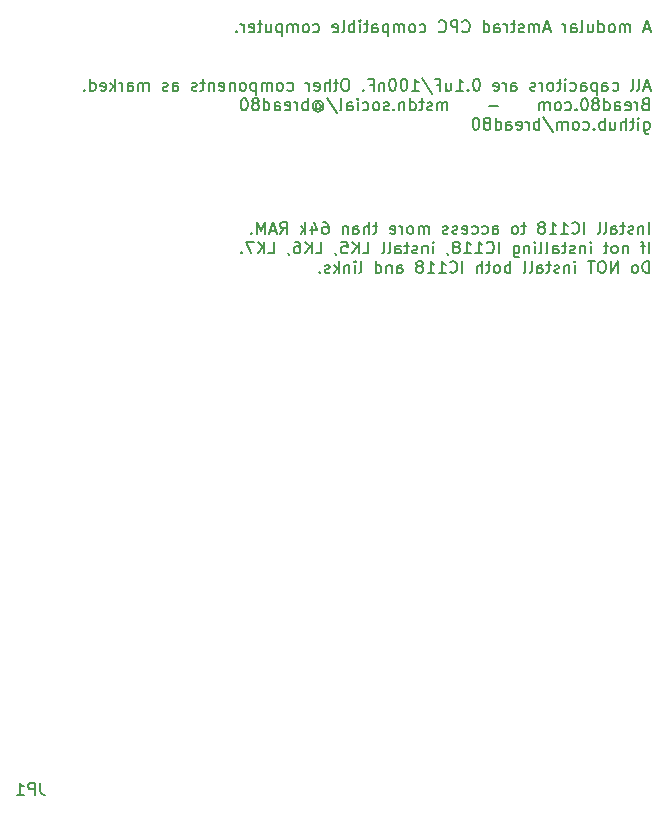
<source format=gbo>
G04 #@! TF.GenerationSoftware,KiCad,Pcbnew,(5.1.12)-1*
G04 #@! TF.CreationDate,2024-01-30T17:02:35+00:00*
G04 #@! TF.ProjectId,CPCRAMCtrl,43504352-414d-4437-9472-6c2e6b696361,rev?*
G04 #@! TF.SameCoordinates,Original*
G04 #@! TF.FileFunction,Legend,Bot*
G04 #@! TF.FilePolarity,Positive*
%FSLAX46Y46*%
G04 Gerber Fmt 4.6, Leading zero omitted, Abs format (unit mm)*
G04 Created by KiCad (PCBNEW (5.1.12)-1) date 2024-01-30 17:02:35*
%MOMM*%
%LPD*%
G01*
G04 APERTURE LIST*
%ADD10C,0.150000*%
G04 APERTURE END LIST*
D10*
X210484404Y-127707380D02*
X210484404Y-126707380D01*
X210008214Y-127040714D02*
X210008214Y-127707380D01*
X210008214Y-127135952D02*
X209960595Y-127088333D01*
X209865357Y-127040714D01*
X209722500Y-127040714D01*
X209627261Y-127088333D01*
X209579642Y-127183571D01*
X209579642Y-127707380D01*
X209151071Y-127659761D02*
X209055833Y-127707380D01*
X208865357Y-127707380D01*
X208770119Y-127659761D01*
X208722500Y-127564523D01*
X208722500Y-127516904D01*
X208770119Y-127421666D01*
X208865357Y-127374047D01*
X209008214Y-127374047D01*
X209103452Y-127326428D01*
X209151071Y-127231190D01*
X209151071Y-127183571D01*
X209103452Y-127088333D01*
X209008214Y-127040714D01*
X208865357Y-127040714D01*
X208770119Y-127088333D01*
X208436785Y-127040714D02*
X208055833Y-127040714D01*
X208293928Y-126707380D02*
X208293928Y-127564523D01*
X208246309Y-127659761D01*
X208151071Y-127707380D01*
X208055833Y-127707380D01*
X207293928Y-127707380D02*
X207293928Y-127183571D01*
X207341547Y-127088333D01*
X207436785Y-127040714D01*
X207627261Y-127040714D01*
X207722500Y-127088333D01*
X207293928Y-127659761D02*
X207389166Y-127707380D01*
X207627261Y-127707380D01*
X207722500Y-127659761D01*
X207770119Y-127564523D01*
X207770119Y-127469285D01*
X207722500Y-127374047D01*
X207627261Y-127326428D01*
X207389166Y-127326428D01*
X207293928Y-127278809D01*
X206674880Y-127707380D02*
X206770119Y-127659761D01*
X206817738Y-127564523D01*
X206817738Y-126707380D01*
X206151071Y-127707380D02*
X206246309Y-127659761D01*
X206293928Y-127564523D01*
X206293928Y-126707380D01*
X205008214Y-127707380D02*
X205008214Y-126707380D01*
X203960595Y-127612142D02*
X204008214Y-127659761D01*
X204151071Y-127707380D01*
X204246309Y-127707380D01*
X204389166Y-127659761D01*
X204484404Y-127564523D01*
X204532023Y-127469285D01*
X204579642Y-127278809D01*
X204579642Y-127135952D01*
X204532023Y-126945476D01*
X204484404Y-126850238D01*
X204389166Y-126755000D01*
X204246309Y-126707380D01*
X204151071Y-126707380D01*
X204008214Y-126755000D01*
X203960595Y-126802619D01*
X203008214Y-127707380D02*
X203579642Y-127707380D01*
X203293928Y-127707380D02*
X203293928Y-126707380D01*
X203389166Y-126850238D01*
X203484404Y-126945476D01*
X203579642Y-126993095D01*
X202055833Y-127707380D02*
X202627261Y-127707380D01*
X202341547Y-127707380D02*
X202341547Y-126707380D01*
X202436785Y-126850238D01*
X202532023Y-126945476D01*
X202627261Y-126993095D01*
X201484404Y-127135952D02*
X201579642Y-127088333D01*
X201627261Y-127040714D01*
X201674880Y-126945476D01*
X201674880Y-126897857D01*
X201627261Y-126802619D01*
X201579642Y-126755000D01*
X201484404Y-126707380D01*
X201293928Y-126707380D01*
X201198690Y-126755000D01*
X201151071Y-126802619D01*
X201103452Y-126897857D01*
X201103452Y-126945476D01*
X201151071Y-127040714D01*
X201198690Y-127088333D01*
X201293928Y-127135952D01*
X201484404Y-127135952D01*
X201579642Y-127183571D01*
X201627261Y-127231190D01*
X201674880Y-127326428D01*
X201674880Y-127516904D01*
X201627261Y-127612142D01*
X201579642Y-127659761D01*
X201484404Y-127707380D01*
X201293928Y-127707380D01*
X201198690Y-127659761D01*
X201151071Y-127612142D01*
X201103452Y-127516904D01*
X201103452Y-127326428D01*
X201151071Y-127231190D01*
X201198690Y-127183571D01*
X201293928Y-127135952D01*
X200055833Y-127040714D02*
X199674880Y-127040714D01*
X199912976Y-126707380D02*
X199912976Y-127564523D01*
X199865357Y-127659761D01*
X199770119Y-127707380D01*
X199674880Y-127707380D01*
X199198690Y-127707380D02*
X199293928Y-127659761D01*
X199341547Y-127612142D01*
X199389166Y-127516904D01*
X199389166Y-127231190D01*
X199341547Y-127135952D01*
X199293928Y-127088333D01*
X199198690Y-127040714D01*
X199055833Y-127040714D01*
X198960595Y-127088333D01*
X198912976Y-127135952D01*
X198865357Y-127231190D01*
X198865357Y-127516904D01*
X198912976Y-127612142D01*
X198960595Y-127659761D01*
X199055833Y-127707380D01*
X199198690Y-127707380D01*
X197246309Y-127707380D02*
X197246309Y-127183571D01*
X197293928Y-127088333D01*
X197389166Y-127040714D01*
X197579642Y-127040714D01*
X197674880Y-127088333D01*
X197246309Y-127659761D02*
X197341547Y-127707380D01*
X197579642Y-127707380D01*
X197674880Y-127659761D01*
X197722500Y-127564523D01*
X197722500Y-127469285D01*
X197674880Y-127374047D01*
X197579642Y-127326428D01*
X197341547Y-127326428D01*
X197246309Y-127278809D01*
X196341547Y-127659761D02*
X196436785Y-127707380D01*
X196627261Y-127707380D01*
X196722500Y-127659761D01*
X196770119Y-127612142D01*
X196817738Y-127516904D01*
X196817738Y-127231190D01*
X196770119Y-127135952D01*
X196722500Y-127088333D01*
X196627261Y-127040714D01*
X196436785Y-127040714D01*
X196341547Y-127088333D01*
X195484404Y-127659761D02*
X195579642Y-127707380D01*
X195770119Y-127707380D01*
X195865357Y-127659761D01*
X195912976Y-127612142D01*
X195960595Y-127516904D01*
X195960595Y-127231190D01*
X195912976Y-127135952D01*
X195865357Y-127088333D01*
X195770119Y-127040714D01*
X195579642Y-127040714D01*
X195484404Y-127088333D01*
X194674880Y-127659761D02*
X194770119Y-127707380D01*
X194960595Y-127707380D01*
X195055833Y-127659761D01*
X195103452Y-127564523D01*
X195103452Y-127183571D01*
X195055833Y-127088333D01*
X194960595Y-127040714D01*
X194770119Y-127040714D01*
X194674880Y-127088333D01*
X194627261Y-127183571D01*
X194627261Y-127278809D01*
X195103452Y-127374047D01*
X194246309Y-127659761D02*
X194151071Y-127707380D01*
X193960595Y-127707380D01*
X193865357Y-127659761D01*
X193817738Y-127564523D01*
X193817738Y-127516904D01*
X193865357Y-127421666D01*
X193960595Y-127374047D01*
X194103452Y-127374047D01*
X194198690Y-127326428D01*
X194246309Y-127231190D01*
X194246309Y-127183571D01*
X194198690Y-127088333D01*
X194103452Y-127040714D01*
X193960595Y-127040714D01*
X193865357Y-127088333D01*
X193436785Y-127659761D02*
X193341547Y-127707380D01*
X193151071Y-127707380D01*
X193055833Y-127659761D01*
X193008214Y-127564523D01*
X193008214Y-127516904D01*
X193055833Y-127421666D01*
X193151071Y-127374047D01*
X193293928Y-127374047D01*
X193389166Y-127326428D01*
X193436785Y-127231190D01*
X193436785Y-127183571D01*
X193389166Y-127088333D01*
X193293928Y-127040714D01*
X193151071Y-127040714D01*
X193055833Y-127088333D01*
X191817738Y-127707380D02*
X191817738Y-127040714D01*
X191817738Y-127135952D02*
X191770119Y-127088333D01*
X191674880Y-127040714D01*
X191532023Y-127040714D01*
X191436785Y-127088333D01*
X191389166Y-127183571D01*
X191389166Y-127707380D01*
X191389166Y-127183571D02*
X191341547Y-127088333D01*
X191246309Y-127040714D01*
X191103452Y-127040714D01*
X191008214Y-127088333D01*
X190960595Y-127183571D01*
X190960595Y-127707380D01*
X190341547Y-127707380D02*
X190436785Y-127659761D01*
X190484404Y-127612142D01*
X190532023Y-127516904D01*
X190532023Y-127231190D01*
X190484404Y-127135952D01*
X190436785Y-127088333D01*
X190341547Y-127040714D01*
X190198690Y-127040714D01*
X190103452Y-127088333D01*
X190055833Y-127135952D01*
X190008214Y-127231190D01*
X190008214Y-127516904D01*
X190055833Y-127612142D01*
X190103452Y-127659761D01*
X190198690Y-127707380D01*
X190341547Y-127707380D01*
X189579642Y-127707380D02*
X189579642Y-127040714D01*
X189579642Y-127231190D02*
X189532023Y-127135952D01*
X189484404Y-127088333D01*
X189389166Y-127040714D01*
X189293928Y-127040714D01*
X188579642Y-127659761D02*
X188674880Y-127707380D01*
X188865357Y-127707380D01*
X188960595Y-127659761D01*
X189008214Y-127564523D01*
X189008214Y-127183571D01*
X188960595Y-127088333D01*
X188865357Y-127040714D01*
X188674880Y-127040714D01*
X188579642Y-127088333D01*
X188532023Y-127183571D01*
X188532023Y-127278809D01*
X189008214Y-127374047D01*
X187484404Y-127040714D02*
X187103452Y-127040714D01*
X187341547Y-126707380D02*
X187341547Y-127564523D01*
X187293928Y-127659761D01*
X187198690Y-127707380D01*
X187103452Y-127707380D01*
X186770119Y-127707380D02*
X186770119Y-126707380D01*
X186341547Y-127707380D02*
X186341547Y-127183571D01*
X186389166Y-127088333D01*
X186484404Y-127040714D01*
X186627261Y-127040714D01*
X186722500Y-127088333D01*
X186770119Y-127135952D01*
X185436785Y-127707380D02*
X185436785Y-127183571D01*
X185484404Y-127088333D01*
X185579642Y-127040714D01*
X185770119Y-127040714D01*
X185865357Y-127088333D01*
X185436785Y-127659761D02*
X185532023Y-127707380D01*
X185770119Y-127707380D01*
X185865357Y-127659761D01*
X185912976Y-127564523D01*
X185912976Y-127469285D01*
X185865357Y-127374047D01*
X185770119Y-127326428D01*
X185532023Y-127326428D01*
X185436785Y-127278809D01*
X184960595Y-127040714D02*
X184960595Y-127707380D01*
X184960595Y-127135952D02*
X184912976Y-127088333D01*
X184817738Y-127040714D01*
X184674880Y-127040714D01*
X184579642Y-127088333D01*
X184532023Y-127183571D01*
X184532023Y-127707380D01*
X182865357Y-126707380D02*
X183055833Y-126707380D01*
X183151071Y-126755000D01*
X183198690Y-126802619D01*
X183293928Y-126945476D01*
X183341547Y-127135952D01*
X183341547Y-127516904D01*
X183293928Y-127612142D01*
X183246309Y-127659761D01*
X183151071Y-127707380D01*
X182960595Y-127707380D01*
X182865357Y-127659761D01*
X182817738Y-127612142D01*
X182770119Y-127516904D01*
X182770119Y-127278809D01*
X182817738Y-127183571D01*
X182865357Y-127135952D01*
X182960595Y-127088333D01*
X183151071Y-127088333D01*
X183246309Y-127135952D01*
X183293928Y-127183571D01*
X183341547Y-127278809D01*
X181912976Y-127040714D02*
X181912976Y-127707380D01*
X182151071Y-126659761D02*
X182389166Y-127374047D01*
X181770119Y-127374047D01*
X181389166Y-127707380D02*
X181389166Y-126707380D01*
X181293928Y-127326428D02*
X181008214Y-127707380D01*
X181008214Y-127040714D02*
X181389166Y-127421666D01*
X179246309Y-127707380D02*
X179579642Y-127231190D01*
X179817738Y-127707380D02*
X179817738Y-126707380D01*
X179436785Y-126707380D01*
X179341547Y-126755000D01*
X179293928Y-126802619D01*
X179246309Y-126897857D01*
X179246309Y-127040714D01*
X179293928Y-127135952D01*
X179341547Y-127183571D01*
X179436785Y-127231190D01*
X179817738Y-127231190D01*
X178865357Y-127421666D02*
X178389166Y-127421666D01*
X178960595Y-127707380D02*
X178627261Y-126707380D01*
X178293928Y-127707380D01*
X177960595Y-127707380D02*
X177960595Y-126707380D01*
X177627261Y-127421666D01*
X177293928Y-126707380D01*
X177293928Y-127707380D01*
X176817738Y-127612142D02*
X176770119Y-127659761D01*
X176817738Y-127707380D01*
X176865357Y-127659761D01*
X176817738Y-127612142D01*
X176817738Y-127707380D01*
X210484404Y-129357380D02*
X210484404Y-128357380D01*
X210151071Y-128690714D02*
X209770119Y-128690714D01*
X210008214Y-129357380D02*
X210008214Y-128500238D01*
X209960595Y-128405000D01*
X209865357Y-128357380D01*
X209770119Y-128357380D01*
X208674880Y-128690714D02*
X208674880Y-129357380D01*
X208674880Y-128785952D02*
X208627261Y-128738333D01*
X208532023Y-128690714D01*
X208389166Y-128690714D01*
X208293928Y-128738333D01*
X208246309Y-128833571D01*
X208246309Y-129357380D01*
X207627261Y-129357380D02*
X207722500Y-129309761D01*
X207770119Y-129262142D01*
X207817738Y-129166904D01*
X207817738Y-128881190D01*
X207770119Y-128785952D01*
X207722500Y-128738333D01*
X207627261Y-128690714D01*
X207484404Y-128690714D01*
X207389166Y-128738333D01*
X207341547Y-128785952D01*
X207293928Y-128881190D01*
X207293928Y-129166904D01*
X207341547Y-129262142D01*
X207389166Y-129309761D01*
X207484404Y-129357380D01*
X207627261Y-129357380D01*
X207008214Y-128690714D02*
X206627261Y-128690714D01*
X206865357Y-128357380D02*
X206865357Y-129214523D01*
X206817738Y-129309761D01*
X206722500Y-129357380D01*
X206627261Y-129357380D01*
X205532023Y-129357380D02*
X205532023Y-128690714D01*
X205532023Y-128357380D02*
X205579642Y-128405000D01*
X205532023Y-128452619D01*
X205484404Y-128405000D01*
X205532023Y-128357380D01*
X205532023Y-128452619D01*
X205055833Y-128690714D02*
X205055833Y-129357380D01*
X205055833Y-128785952D02*
X205008214Y-128738333D01*
X204912976Y-128690714D01*
X204770119Y-128690714D01*
X204674880Y-128738333D01*
X204627261Y-128833571D01*
X204627261Y-129357380D01*
X204198690Y-129309761D02*
X204103452Y-129357380D01*
X203912976Y-129357380D01*
X203817738Y-129309761D01*
X203770119Y-129214523D01*
X203770119Y-129166904D01*
X203817738Y-129071666D01*
X203912976Y-129024047D01*
X204055833Y-129024047D01*
X204151071Y-128976428D01*
X204198690Y-128881190D01*
X204198690Y-128833571D01*
X204151071Y-128738333D01*
X204055833Y-128690714D01*
X203912976Y-128690714D01*
X203817738Y-128738333D01*
X203484404Y-128690714D02*
X203103452Y-128690714D01*
X203341547Y-128357380D02*
X203341547Y-129214523D01*
X203293928Y-129309761D01*
X203198690Y-129357380D01*
X203103452Y-129357380D01*
X202341547Y-129357380D02*
X202341547Y-128833571D01*
X202389166Y-128738333D01*
X202484404Y-128690714D01*
X202674880Y-128690714D01*
X202770119Y-128738333D01*
X202341547Y-129309761D02*
X202436785Y-129357380D01*
X202674880Y-129357380D01*
X202770119Y-129309761D01*
X202817738Y-129214523D01*
X202817738Y-129119285D01*
X202770119Y-129024047D01*
X202674880Y-128976428D01*
X202436785Y-128976428D01*
X202341547Y-128928809D01*
X201722500Y-129357380D02*
X201817738Y-129309761D01*
X201865357Y-129214523D01*
X201865357Y-128357380D01*
X201198690Y-129357380D02*
X201293928Y-129309761D01*
X201341547Y-129214523D01*
X201341547Y-128357380D01*
X200817738Y-129357380D02*
X200817738Y-128690714D01*
X200817738Y-128357380D02*
X200865357Y-128405000D01*
X200817738Y-128452619D01*
X200770119Y-128405000D01*
X200817738Y-128357380D01*
X200817738Y-128452619D01*
X200341547Y-128690714D02*
X200341547Y-129357380D01*
X200341547Y-128785952D02*
X200293928Y-128738333D01*
X200198690Y-128690714D01*
X200055833Y-128690714D01*
X199960595Y-128738333D01*
X199912976Y-128833571D01*
X199912976Y-129357380D01*
X199008214Y-128690714D02*
X199008214Y-129500238D01*
X199055833Y-129595476D01*
X199103452Y-129643095D01*
X199198690Y-129690714D01*
X199341547Y-129690714D01*
X199436785Y-129643095D01*
X199008214Y-129309761D02*
X199103452Y-129357380D01*
X199293928Y-129357380D01*
X199389166Y-129309761D01*
X199436785Y-129262142D01*
X199484404Y-129166904D01*
X199484404Y-128881190D01*
X199436785Y-128785952D01*
X199389166Y-128738333D01*
X199293928Y-128690714D01*
X199103452Y-128690714D01*
X199008214Y-128738333D01*
X197770119Y-129357380D02*
X197770119Y-128357380D01*
X196722500Y-129262142D02*
X196770119Y-129309761D01*
X196912976Y-129357380D01*
X197008214Y-129357380D01*
X197151071Y-129309761D01*
X197246309Y-129214523D01*
X197293928Y-129119285D01*
X197341547Y-128928809D01*
X197341547Y-128785952D01*
X197293928Y-128595476D01*
X197246309Y-128500238D01*
X197151071Y-128405000D01*
X197008214Y-128357380D01*
X196912976Y-128357380D01*
X196770119Y-128405000D01*
X196722500Y-128452619D01*
X195770119Y-129357380D02*
X196341547Y-129357380D01*
X196055833Y-129357380D02*
X196055833Y-128357380D01*
X196151071Y-128500238D01*
X196246309Y-128595476D01*
X196341547Y-128643095D01*
X194817738Y-129357380D02*
X195389166Y-129357380D01*
X195103452Y-129357380D02*
X195103452Y-128357380D01*
X195198690Y-128500238D01*
X195293928Y-128595476D01*
X195389166Y-128643095D01*
X194246309Y-128785952D02*
X194341547Y-128738333D01*
X194389166Y-128690714D01*
X194436785Y-128595476D01*
X194436785Y-128547857D01*
X194389166Y-128452619D01*
X194341547Y-128405000D01*
X194246309Y-128357380D01*
X194055833Y-128357380D01*
X193960595Y-128405000D01*
X193912976Y-128452619D01*
X193865357Y-128547857D01*
X193865357Y-128595476D01*
X193912976Y-128690714D01*
X193960595Y-128738333D01*
X194055833Y-128785952D01*
X194246309Y-128785952D01*
X194341547Y-128833571D01*
X194389166Y-128881190D01*
X194436785Y-128976428D01*
X194436785Y-129166904D01*
X194389166Y-129262142D01*
X194341547Y-129309761D01*
X194246309Y-129357380D01*
X194055833Y-129357380D01*
X193960595Y-129309761D01*
X193912976Y-129262142D01*
X193865357Y-129166904D01*
X193865357Y-128976428D01*
X193912976Y-128881190D01*
X193960595Y-128833571D01*
X194055833Y-128785952D01*
X193389166Y-129309761D02*
X193389166Y-129357380D01*
X193436785Y-129452619D01*
X193484404Y-129500238D01*
X192198690Y-129357380D02*
X192198690Y-128690714D01*
X192198690Y-128357380D02*
X192246309Y-128405000D01*
X192198690Y-128452619D01*
X192151071Y-128405000D01*
X192198690Y-128357380D01*
X192198690Y-128452619D01*
X191722500Y-128690714D02*
X191722500Y-129357380D01*
X191722500Y-128785952D02*
X191674880Y-128738333D01*
X191579642Y-128690714D01*
X191436785Y-128690714D01*
X191341547Y-128738333D01*
X191293928Y-128833571D01*
X191293928Y-129357380D01*
X190865357Y-129309761D02*
X190770119Y-129357380D01*
X190579642Y-129357380D01*
X190484404Y-129309761D01*
X190436785Y-129214523D01*
X190436785Y-129166904D01*
X190484404Y-129071666D01*
X190579642Y-129024047D01*
X190722500Y-129024047D01*
X190817738Y-128976428D01*
X190865357Y-128881190D01*
X190865357Y-128833571D01*
X190817738Y-128738333D01*
X190722500Y-128690714D01*
X190579642Y-128690714D01*
X190484404Y-128738333D01*
X190151071Y-128690714D02*
X189770119Y-128690714D01*
X190008214Y-128357380D02*
X190008214Y-129214523D01*
X189960595Y-129309761D01*
X189865357Y-129357380D01*
X189770119Y-129357380D01*
X189008214Y-129357380D02*
X189008214Y-128833571D01*
X189055833Y-128738333D01*
X189151071Y-128690714D01*
X189341547Y-128690714D01*
X189436785Y-128738333D01*
X189008214Y-129309761D02*
X189103452Y-129357380D01*
X189341547Y-129357380D01*
X189436785Y-129309761D01*
X189484404Y-129214523D01*
X189484404Y-129119285D01*
X189436785Y-129024047D01*
X189341547Y-128976428D01*
X189103452Y-128976428D01*
X189008214Y-128928809D01*
X188389166Y-129357380D02*
X188484404Y-129309761D01*
X188532023Y-129214523D01*
X188532023Y-128357380D01*
X187865357Y-129357380D02*
X187960595Y-129309761D01*
X188008214Y-129214523D01*
X188008214Y-128357380D01*
X186246309Y-129357380D02*
X186722500Y-129357380D01*
X186722500Y-128357380D01*
X185912976Y-129357380D02*
X185912976Y-128357380D01*
X185341547Y-129357380D02*
X185770119Y-128785952D01*
X185341547Y-128357380D02*
X185912976Y-128928809D01*
X184436785Y-128357380D02*
X184912976Y-128357380D01*
X184960595Y-128833571D01*
X184912976Y-128785952D01*
X184817738Y-128738333D01*
X184579642Y-128738333D01*
X184484404Y-128785952D01*
X184436785Y-128833571D01*
X184389166Y-128928809D01*
X184389166Y-129166904D01*
X184436785Y-129262142D01*
X184484404Y-129309761D01*
X184579642Y-129357380D01*
X184817738Y-129357380D01*
X184912976Y-129309761D01*
X184960595Y-129262142D01*
X183912976Y-129309761D02*
X183912976Y-129357380D01*
X183960595Y-129452619D01*
X184008214Y-129500238D01*
X182246309Y-129357380D02*
X182722500Y-129357380D01*
X182722500Y-128357380D01*
X181912976Y-129357380D02*
X181912976Y-128357380D01*
X181341547Y-129357380D02*
X181770119Y-128785952D01*
X181341547Y-128357380D02*
X181912976Y-128928809D01*
X180484404Y-128357380D02*
X180674880Y-128357380D01*
X180770119Y-128405000D01*
X180817738Y-128452619D01*
X180912976Y-128595476D01*
X180960595Y-128785952D01*
X180960595Y-129166904D01*
X180912976Y-129262142D01*
X180865357Y-129309761D01*
X180770119Y-129357380D01*
X180579642Y-129357380D01*
X180484404Y-129309761D01*
X180436785Y-129262142D01*
X180389166Y-129166904D01*
X180389166Y-128928809D01*
X180436785Y-128833571D01*
X180484404Y-128785952D01*
X180579642Y-128738333D01*
X180770119Y-128738333D01*
X180865357Y-128785952D01*
X180912976Y-128833571D01*
X180960595Y-128928809D01*
X179912976Y-129309761D02*
X179912976Y-129357380D01*
X179960595Y-129452619D01*
X180008214Y-129500238D01*
X178246309Y-129357380D02*
X178722500Y-129357380D01*
X178722500Y-128357380D01*
X177912976Y-129357380D02*
X177912976Y-128357380D01*
X177341547Y-129357380D02*
X177770119Y-128785952D01*
X177341547Y-128357380D02*
X177912976Y-128928809D01*
X177008214Y-128357380D02*
X176341547Y-128357380D01*
X176770119Y-129357380D01*
X175960595Y-129262142D02*
X175912976Y-129309761D01*
X175960595Y-129357380D01*
X176008214Y-129309761D01*
X175960595Y-129262142D01*
X175960595Y-129357380D01*
X210484404Y-131007380D02*
X210484404Y-130007380D01*
X210246309Y-130007380D01*
X210103452Y-130055000D01*
X210008214Y-130150238D01*
X209960595Y-130245476D01*
X209912976Y-130435952D01*
X209912976Y-130578809D01*
X209960595Y-130769285D01*
X210008214Y-130864523D01*
X210103452Y-130959761D01*
X210246309Y-131007380D01*
X210484404Y-131007380D01*
X209341547Y-131007380D02*
X209436785Y-130959761D01*
X209484404Y-130912142D01*
X209532023Y-130816904D01*
X209532023Y-130531190D01*
X209484404Y-130435952D01*
X209436785Y-130388333D01*
X209341547Y-130340714D01*
X209198690Y-130340714D01*
X209103452Y-130388333D01*
X209055833Y-130435952D01*
X209008214Y-130531190D01*
X209008214Y-130816904D01*
X209055833Y-130912142D01*
X209103452Y-130959761D01*
X209198690Y-131007380D01*
X209341547Y-131007380D01*
X207817738Y-131007380D02*
X207817738Y-130007380D01*
X207246309Y-131007380D01*
X207246309Y-130007380D01*
X206579642Y-130007380D02*
X206389166Y-130007380D01*
X206293928Y-130055000D01*
X206198690Y-130150238D01*
X206151071Y-130340714D01*
X206151071Y-130674047D01*
X206198690Y-130864523D01*
X206293928Y-130959761D01*
X206389166Y-131007380D01*
X206579642Y-131007380D01*
X206674880Y-130959761D01*
X206770119Y-130864523D01*
X206817738Y-130674047D01*
X206817738Y-130340714D01*
X206770119Y-130150238D01*
X206674880Y-130055000D01*
X206579642Y-130007380D01*
X205865357Y-130007380D02*
X205293928Y-130007380D01*
X205579642Y-131007380D02*
X205579642Y-130007380D01*
X204198690Y-131007380D02*
X204198690Y-130340714D01*
X204198690Y-130007380D02*
X204246309Y-130055000D01*
X204198690Y-130102619D01*
X204151071Y-130055000D01*
X204198690Y-130007380D01*
X204198690Y-130102619D01*
X203722500Y-130340714D02*
X203722500Y-131007380D01*
X203722500Y-130435952D02*
X203674880Y-130388333D01*
X203579642Y-130340714D01*
X203436785Y-130340714D01*
X203341547Y-130388333D01*
X203293928Y-130483571D01*
X203293928Y-131007380D01*
X202865357Y-130959761D02*
X202770119Y-131007380D01*
X202579642Y-131007380D01*
X202484404Y-130959761D01*
X202436785Y-130864523D01*
X202436785Y-130816904D01*
X202484404Y-130721666D01*
X202579642Y-130674047D01*
X202722500Y-130674047D01*
X202817738Y-130626428D01*
X202865357Y-130531190D01*
X202865357Y-130483571D01*
X202817738Y-130388333D01*
X202722500Y-130340714D01*
X202579642Y-130340714D01*
X202484404Y-130388333D01*
X202151071Y-130340714D02*
X201770119Y-130340714D01*
X202008214Y-130007380D02*
X202008214Y-130864523D01*
X201960595Y-130959761D01*
X201865357Y-131007380D01*
X201770119Y-131007380D01*
X201008214Y-131007380D02*
X201008214Y-130483571D01*
X201055833Y-130388333D01*
X201151071Y-130340714D01*
X201341547Y-130340714D01*
X201436785Y-130388333D01*
X201008214Y-130959761D02*
X201103452Y-131007380D01*
X201341547Y-131007380D01*
X201436785Y-130959761D01*
X201484404Y-130864523D01*
X201484404Y-130769285D01*
X201436785Y-130674047D01*
X201341547Y-130626428D01*
X201103452Y-130626428D01*
X201008214Y-130578809D01*
X200389166Y-131007380D02*
X200484404Y-130959761D01*
X200532023Y-130864523D01*
X200532023Y-130007380D01*
X199865357Y-131007380D02*
X199960595Y-130959761D01*
X200008214Y-130864523D01*
X200008214Y-130007380D01*
X198722500Y-131007380D02*
X198722500Y-130007380D01*
X198722500Y-130388333D02*
X198627261Y-130340714D01*
X198436785Y-130340714D01*
X198341547Y-130388333D01*
X198293928Y-130435952D01*
X198246309Y-130531190D01*
X198246309Y-130816904D01*
X198293928Y-130912142D01*
X198341547Y-130959761D01*
X198436785Y-131007380D01*
X198627261Y-131007380D01*
X198722500Y-130959761D01*
X197674880Y-131007380D02*
X197770119Y-130959761D01*
X197817738Y-130912142D01*
X197865357Y-130816904D01*
X197865357Y-130531190D01*
X197817738Y-130435952D01*
X197770119Y-130388333D01*
X197674880Y-130340714D01*
X197532023Y-130340714D01*
X197436785Y-130388333D01*
X197389166Y-130435952D01*
X197341547Y-130531190D01*
X197341547Y-130816904D01*
X197389166Y-130912142D01*
X197436785Y-130959761D01*
X197532023Y-131007380D01*
X197674880Y-131007380D01*
X197055833Y-130340714D02*
X196674880Y-130340714D01*
X196912976Y-130007380D02*
X196912976Y-130864523D01*
X196865357Y-130959761D01*
X196770119Y-131007380D01*
X196674880Y-131007380D01*
X196341547Y-131007380D02*
X196341547Y-130007380D01*
X195912976Y-131007380D02*
X195912976Y-130483571D01*
X195960595Y-130388333D01*
X196055833Y-130340714D01*
X196198690Y-130340714D01*
X196293928Y-130388333D01*
X196341547Y-130435952D01*
X194674880Y-131007380D02*
X194674880Y-130007380D01*
X193627261Y-130912142D02*
X193674880Y-130959761D01*
X193817738Y-131007380D01*
X193912976Y-131007380D01*
X194055833Y-130959761D01*
X194151071Y-130864523D01*
X194198690Y-130769285D01*
X194246309Y-130578809D01*
X194246309Y-130435952D01*
X194198690Y-130245476D01*
X194151071Y-130150238D01*
X194055833Y-130055000D01*
X193912976Y-130007380D01*
X193817738Y-130007380D01*
X193674880Y-130055000D01*
X193627261Y-130102619D01*
X192674880Y-131007380D02*
X193246309Y-131007380D01*
X192960595Y-131007380D02*
X192960595Y-130007380D01*
X193055833Y-130150238D01*
X193151071Y-130245476D01*
X193246309Y-130293095D01*
X191722500Y-131007380D02*
X192293928Y-131007380D01*
X192008214Y-131007380D02*
X192008214Y-130007380D01*
X192103452Y-130150238D01*
X192198690Y-130245476D01*
X192293928Y-130293095D01*
X191151071Y-130435952D02*
X191246309Y-130388333D01*
X191293928Y-130340714D01*
X191341547Y-130245476D01*
X191341547Y-130197857D01*
X191293928Y-130102619D01*
X191246309Y-130055000D01*
X191151071Y-130007380D01*
X190960595Y-130007380D01*
X190865357Y-130055000D01*
X190817738Y-130102619D01*
X190770119Y-130197857D01*
X190770119Y-130245476D01*
X190817738Y-130340714D01*
X190865357Y-130388333D01*
X190960595Y-130435952D01*
X191151071Y-130435952D01*
X191246309Y-130483571D01*
X191293928Y-130531190D01*
X191341547Y-130626428D01*
X191341547Y-130816904D01*
X191293928Y-130912142D01*
X191246309Y-130959761D01*
X191151071Y-131007380D01*
X190960595Y-131007380D01*
X190865357Y-130959761D01*
X190817738Y-130912142D01*
X190770119Y-130816904D01*
X190770119Y-130626428D01*
X190817738Y-130531190D01*
X190865357Y-130483571D01*
X190960595Y-130435952D01*
X189151071Y-131007380D02*
X189151071Y-130483571D01*
X189198690Y-130388333D01*
X189293928Y-130340714D01*
X189484404Y-130340714D01*
X189579642Y-130388333D01*
X189151071Y-130959761D02*
X189246309Y-131007380D01*
X189484404Y-131007380D01*
X189579642Y-130959761D01*
X189627261Y-130864523D01*
X189627261Y-130769285D01*
X189579642Y-130674047D01*
X189484404Y-130626428D01*
X189246309Y-130626428D01*
X189151071Y-130578809D01*
X188674880Y-130340714D02*
X188674880Y-131007380D01*
X188674880Y-130435952D02*
X188627261Y-130388333D01*
X188532023Y-130340714D01*
X188389166Y-130340714D01*
X188293928Y-130388333D01*
X188246309Y-130483571D01*
X188246309Y-131007380D01*
X187341547Y-131007380D02*
X187341547Y-130007380D01*
X187341547Y-130959761D02*
X187436785Y-131007380D01*
X187627261Y-131007380D01*
X187722500Y-130959761D01*
X187770119Y-130912142D01*
X187817738Y-130816904D01*
X187817738Y-130531190D01*
X187770119Y-130435952D01*
X187722500Y-130388333D01*
X187627261Y-130340714D01*
X187436785Y-130340714D01*
X187341547Y-130388333D01*
X185960595Y-131007380D02*
X186055833Y-130959761D01*
X186103452Y-130864523D01*
X186103452Y-130007380D01*
X185579642Y-131007380D02*
X185579642Y-130340714D01*
X185579642Y-130007380D02*
X185627261Y-130055000D01*
X185579642Y-130102619D01*
X185532023Y-130055000D01*
X185579642Y-130007380D01*
X185579642Y-130102619D01*
X185103452Y-130340714D02*
X185103452Y-131007380D01*
X185103452Y-130435952D02*
X185055833Y-130388333D01*
X184960595Y-130340714D01*
X184817738Y-130340714D01*
X184722500Y-130388333D01*
X184674880Y-130483571D01*
X184674880Y-131007380D01*
X184198690Y-131007380D02*
X184198690Y-130007380D01*
X184103452Y-130626428D02*
X183817738Y-131007380D01*
X183817738Y-130340714D02*
X184198690Y-130721666D01*
X183436785Y-130959761D02*
X183341547Y-131007380D01*
X183151071Y-131007380D01*
X183055833Y-130959761D01*
X183008214Y-130864523D01*
X183008214Y-130816904D01*
X183055833Y-130721666D01*
X183151071Y-130674047D01*
X183293928Y-130674047D01*
X183389166Y-130626428D01*
X183436785Y-130531190D01*
X183436785Y-130483571D01*
X183389166Y-130388333D01*
X183293928Y-130340714D01*
X183151071Y-130340714D01*
X183055833Y-130388333D01*
X182579642Y-130912142D02*
X182532023Y-130959761D01*
X182579642Y-131007380D01*
X182627261Y-130959761D01*
X182579642Y-130912142D01*
X182579642Y-131007380D01*
X210532023Y-110341666D02*
X210055833Y-110341666D01*
X210627261Y-110627380D02*
X210293928Y-109627380D01*
X209960595Y-110627380D01*
X208865357Y-110627380D02*
X208865357Y-109960714D01*
X208865357Y-110055952D02*
X208817738Y-110008333D01*
X208722500Y-109960714D01*
X208579642Y-109960714D01*
X208484404Y-110008333D01*
X208436785Y-110103571D01*
X208436785Y-110627380D01*
X208436785Y-110103571D02*
X208389166Y-110008333D01*
X208293928Y-109960714D01*
X208151071Y-109960714D01*
X208055833Y-110008333D01*
X208008214Y-110103571D01*
X208008214Y-110627380D01*
X207389166Y-110627380D02*
X207484404Y-110579761D01*
X207532023Y-110532142D01*
X207579642Y-110436904D01*
X207579642Y-110151190D01*
X207532023Y-110055952D01*
X207484404Y-110008333D01*
X207389166Y-109960714D01*
X207246309Y-109960714D01*
X207151071Y-110008333D01*
X207103452Y-110055952D01*
X207055833Y-110151190D01*
X207055833Y-110436904D01*
X207103452Y-110532142D01*
X207151071Y-110579761D01*
X207246309Y-110627380D01*
X207389166Y-110627380D01*
X206198690Y-110627380D02*
X206198690Y-109627380D01*
X206198690Y-110579761D02*
X206293928Y-110627380D01*
X206484404Y-110627380D01*
X206579642Y-110579761D01*
X206627261Y-110532142D01*
X206674880Y-110436904D01*
X206674880Y-110151190D01*
X206627261Y-110055952D01*
X206579642Y-110008333D01*
X206484404Y-109960714D01*
X206293928Y-109960714D01*
X206198690Y-110008333D01*
X205293928Y-109960714D02*
X205293928Y-110627380D01*
X205722500Y-109960714D02*
X205722500Y-110484523D01*
X205674880Y-110579761D01*
X205579642Y-110627380D01*
X205436785Y-110627380D01*
X205341547Y-110579761D01*
X205293928Y-110532142D01*
X204674880Y-110627380D02*
X204770119Y-110579761D01*
X204817738Y-110484523D01*
X204817738Y-109627380D01*
X203865357Y-110627380D02*
X203865357Y-110103571D01*
X203912976Y-110008333D01*
X204008214Y-109960714D01*
X204198690Y-109960714D01*
X204293928Y-110008333D01*
X203865357Y-110579761D02*
X203960595Y-110627380D01*
X204198690Y-110627380D01*
X204293928Y-110579761D01*
X204341547Y-110484523D01*
X204341547Y-110389285D01*
X204293928Y-110294047D01*
X204198690Y-110246428D01*
X203960595Y-110246428D01*
X203865357Y-110198809D01*
X203389166Y-110627380D02*
X203389166Y-109960714D01*
X203389166Y-110151190D02*
X203341547Y-110055952D01*
X203293928Y-110008333D01*
X203198690Y-109960714D01*
X203103452Y-109960714D01*
X202055833Y-110341666D02*
X201579642Y-110341666D01*
X202151071Y-110627380D02*
X201817738Y-109627380D01*
X201484404Y-110627380D01*
X201151071Y-110627380D02*
X201151071Y-109960714D01*
X201151071Y-110055952D02*
X201103452Y-110008333D01*
X201008214Y-109960714D01*
X200865357Y-109960714D01*
X200770119Y-110008333D01*
X200722500Y-110103571D01*
X200722500Y-110627380D01*
X200722500Y-110103571D02*
X200674880Y-110008333D01*
X200579642Y-109960714D01*
X200436785Y-109960714D01*
X200341547Y-110008333D01*
X200293928Y-110103571D01*
X200293928Y-110627380D01*
X199865357Y-110579761D02*
X199770119Y-110627380D01*
X199579642Y-110627380D01*
X199484404Y-110579761D01*
X199436785Y-110484523D01*
X199436785Y-110436904D01*
X199484404Y-110341666D01*
X199579642Y-110294047D01*
X199722500Y-110294047D01*
X199817738Y-110246428D01*
X199865357Y-110151190D01*
X199865357Y-110103571D01*
X199817738Y-110008333D01*
X199722500Y-109960714D01*
X199579642Y-109960714D01*
X199484404Y-110008333D01*
X199151071Y-109960714D02*
X198770119Y-109960714D01*
X199008214Y-109627380D02*
X199008214Y-110484523D01*
X198960595Y-110579761D01*
X198865357Y-110627380D01*
X198770119Y-110627380D01*
X198436785Y-110627380D02*
X198436785Y-109960714D01*
X198436785Y-110151190D02*
X198389166Y-110055952D01*
X198341547Y-110008333D01*
X198246309Y-109960714D01*
X198151071Y-109960714D01*
X197389166Y-110627380D02*
X197389166Y-110103571D01*
X197436785Y-110008333D01*
X197532023Y-109960714D01*
X197722500Y-109960714D01*
X197817738Y-110008333D01*
X197389166Y-110579761D02*
X197484404Y-110627380D01*
X197722500Y-110627380D01*
X197817738Y-110579761D01*
X197865357Y-110484523D01*
X197865357Y-110389285D01*
X197817738Y-110294047D01*
X197722500Y-110246428D01*
X197484404Y-110246428D01*
X197389166Y-110198809D01*
X196484404Y-110627380D02*
X196484404Y-109627380D01*
X196484404Y-110579761D02*
X196579642Y-110627380D01*
X196770119Y-110627380D01*
X196865357Y-110579761D01*
X196912976Y-110532142D01*
X196960595Y-110436904D01*
X196960595Y-110151190D01*
X196912976Y-110055952D01*
X196865357Y-110008333D01*
X196770119Y-109960714D01*
X196579642Y-109960714D01*
X196484404Y-110008333D01*
X194674880Y-110532142D02*
X194722500Y-110579761D01*
X194865357Y-110627380D01*
X194960595Y-110627380D01*
X195103452Y-110579761D01*
X195198690Y-110484523D01*
X195246309Y-110389285D01*
X195293928Y-110198809D01*
X195293928Y-110055952D01*
X195246309Y-109865476D01*
X195198690Y-109770238D01*
X195103452Y-109675000D01*
X194960595Y-109627380D01*
X194865357Y-109627380D01*
X194722500Y-109675000D01*
X194674880Y-109722619D01*
X194246309Y-110627380D02*
X194246309Y-109627380D01*
X193865357Y-109627380D01*
X193770119Y-109675000D01*
X193722500Y-109722619D01*
X193674880Y-109817857D01*
X193674880Y-109960714D01*
X193722500Y-110055952D01*
X193770119Y-110103571D01*
X193865357Y-110151190D01*
X194246309Y-110151190D01*
X192674880Y-110532142D02*
X192722500Y-110579761D01*
X192865357Y-110627380D01*
X192960595Y-110627380D01*
X193103452Y-110579761D01*
X193198690Y-110484523D01*
X193246309Y-110389285D01*
X193293928Y-110198809D01*
X193293928Y-110055952D01*
X193246309Y-109865476D01*
X193198690Y-109770238D01*
X193103452Y-109675000D01*
X192960595Y-109627380D01*
X192865357Y-109627380D01*
X192722500Y-109675000D01*
X192674880Y-109722619D01*
X191055833Y-110579761D02*
X191151071Y-110627380D01*
X191341547Y-110627380D01*
X191436785Y-110579761D01*
X191484404Y-110532142D01*
X191532023Y-110436904D01*
X191532023Y-110151190D01*
X191484404Y-110055952D01*
X191436785Y-110008333D01*
X191341547Y-109960714D01*
X191151071Y-109960714D01*
X191055833Y-110008333D01*
X190484404Y-110627380D02*
X190579642Y-110579761D01*
X190627261Y-110532142D01*
X190674880Y-110436904D01*
X190674880Y-110151190D01*
X190627261Y-110055952D01*
X190579642Y-110008333D01*
X190484404Y-109960714D01*
X190341547Y-109960714D01*
X190246309Y-110008333D01*
X190198690Y-110055952D01*
X190151071Y-110151190D01*
X190151071Y-110436904D01*
X190198690Y-110532142D01*
X190246309Y-110579761D01*
X190341547Y-110627380D01*
X190484404Y-110627380D01*
X189722500Y-110627380D02*
X189722500Y-109960714D01*
X189722500Y-110055952D02*
X189674880Y-110008333D01*
X189579642Y-109960714D01*
X189436785Y-109960714D01*
X189341547Y-110008333D01*
X189293928Y-110103571D01*
X189293928Y-110627380D01*
X189293928Y-110103571D02*
X189246309Y-110008333D01*
X189151071Y-109960714D01*
X189008214Y-109960714D01*
X188912976Y-110008333D01*
X188865357Y-110103571D01*
X188865357Y-110627380D01*
X188389166Y-109960714D02*
X188389166Y-110960714D01*
X188389166Y-110008333D02*
X188293928Y-109960714D01*
X188103452Y-109960714D01*
X188008214Y-110008333D01*
X187960595Y-110055952D01*
X187912976Y-110151190D01*
X187912976Y-110436904D01*
X187960595Y-110532142D01*
X188008214Y-110579761D01*
X188103452Y-110627380D01*
X188293928Y-110627380D01*
X188389166Y-110579761D01*
X187055833Y-110627380D02*
X187055833Y-110103571D01*
X187103452Y-110008333D01*
X187198690Y-109960714D01*
X187389166Y-109960714D01*
X187484404Y-110008333D01*
X187055833Y-110579761D02*
X187151071Y-110627380D01*
X187389166Y-110627380D01*
X187484404Y-110579761D01*
X187532023Y-110484523D01*
X187532023Y-110389285D01*
X187484404Y-110294047D01*
X187389166Y-110246428D01*
X187151071Y-110246428D01*
X187055833Y-110198809D01*
X186722500Y-109960714D02*
X186341547Y-109960714D01*
X186579642Y-109627380D02*
X186579642Y-110484523D01*
X186532023Y-110579761D01*
X186436785Y-110627380D01*
X186341547Y-110627380D01*
X186008214Y-110627380D02*
X186008214Y-109960714D01*
X186008214Y-109627380D02*
X186055833Y-109675000D01*
X186008214Y-109722619D01*
X185960595Y-109675000D01*
X186008214Y-109627380D01*
X186008214Y-109722619D01*
X185532023Y-110627380D02*
X185532023Y-109627380D01*
X185532023Y-110008333D02*
X185436785Y-109960714D01*
X185246309Y-109960714D01*
X185151071Y-110008333D01*
X185103452Y-110055952D01*
X185055833Y-110151190D01*
X185055833Y-110436904D01*
X185103452Y-110532142D01*
X185151071Y-110579761D01*
X185246309Y-110627380D01*
X185436785Y-110627380D01*
X185532023Y-110579761D01*
X184484404Y-110627380D02*
X184579642Y-110579761D01*
X184627261Y-110484523D01*
X184627261Y-109627380D01*
X183722500Y-110579761D02*
X183817738Y-110627380D01*
X184008214Y-110627380D01*
X184103452Y-110579761D01*
X184151071Y-110484523D01*
X184151071Y-110103571D01*
X184103452Y-110008333D01*
X184008214Y-109960714D01*
X183817738Y-109960714D01*
X183722500Y-110008333D01*
X183674880Y-110103571D01*
X183674880Y-110198809D01*
X184151071Y-110294047D01*
X182055833Y-110579761D02*
X182151071Y-110627380D01*
X182341547Y-110627380D01*
X182436785Y-110579761D01*
X182484404Y-110532142D01*
X182532023Y-110436904D01*
X182532023Y-110151190D01*
X182484404Y-110055952D01*
X182436785Y-110008333D01*
X182341547Y-109960714D01*
X182151071Y-109960714D01*
X182055833Y-110008333D01*
X181484404Y-110627380D02*
X181579642Y-110579761D01*
X181627261Y-110532142D01*
X181674880Y-110436904D01*
X181674880Y-110151190D01*
X181627261Y-110055952D01*
X181579642Y-110008333D01*
X181484404Y-109960714D01*
X181341547Y-109960714D01*
X181246309Y-110008333D01*
X181198690Y-110055952D01*
X181151071Y-110151190D01*
X181151071Y-110436904D01*
X181198690Y-110532142D01*
X181246309Y-110579761D01*
X181341547Y-110627380D01*
X181484404Y-110627380D01*
X180722500Y-110627380D02*
X180722500Y-109960714D01*
X180722500Y-110055952D02*
X180674880Y-110008333D01*
X180579642Y-109960714D01*
X180436785Y-109960714D01*
X180341547Y-110008333D01*
X180293928Y-110103571D01*
X180293928Y-110627380D01*
X180293928Y-110103571D02*
X180246309Y-110008333D01*
X180151071Y-109960714D01*
X180008214Y-109960714D01*
X179912976Y-110008333D01*
X179865357Y-110103571D01*
X179865357Y-110627380D01*
X179389166Y-109960714D02*
X179389166Y-110960714D01*
X179389166Y-110008333D02*
X179293928Y-109960714D01*
X179103452Y-109960714D01*
X179008214Y-110008333D01*
X178960595Y-110055952D01*
X178912976Y-110151190D01*
X178912976Y-110436904D01*
X178960595Y-110532142D01*
X179008214Y-110579761D01*
X179103452Y-110627380D01*
X179293928Y-110627380D01*
X179389166Y-110579761D01*
X178055833Y-109960714D02*
X178055833Y-110627380D01*
X178484404Y-109960714D02*
X178484404Y-110484523D01*
X178436785Y-110579761D01*
X178341547Y-110627380D01*
X178198690Y-110627380D01*
X178103452Y-110579761D01*
X178055833Y-110532142D01*
X177722500Y-109960714D02*
X177341547Y-109960714D01*
X177579642Y-109627380D02*
X177579642Y-110484523D01*
X177532023Y-110579761D01*
X177436785Y-110627380D01*
X177341547Y-110627380D01*
X176627261Y-110579761D02*
X176722500Y-110627380D01*
X176912976Y-110627380D01*
X177008214Y-110579761D01*
X177055833Y-110484523D01*
X177055833Y-110103571D01*
X177008214Y-110008333D01*
X176912976Y-109960714D01*
X176722500Y-109960714D01*
X176627261Y-110008333D01*
X176579642Y-110103571D01*
X176579642Y-110198809D01*
X177055833Y-110294047D01*
X176151071Y-110627380D02*
X176151071Y-109960714D01*
X176151071Y-110151190D02*
X176103452Y-110055952D01*
X176055833Y-110008333D01*
X175960595Y-109960714D01*
X175865357Y-109960714D01*
X175532023Y-110532142D02*
X175484404Y-110579761D01*
X175532023Y-110627380D01*
X175579642Y-110579761D01*
X175532023Y-110532142D01*
X175532023Y-110627380D01*
X210532023Y-115291666D02*
X210055833Y-115291666D01*
X210627261Y-115577380D02*
X210293928Y-114577380D01*
X209960595Y-115577380D01*
X209484404Y-115577380D02*
X209579642Y-115529761D01*
X209627261Y-115434523D01*
X209627261Y-114577380D01*
X208960595Y-115577380D02*
X209055833Y-115529761D01*
X209103452Y-115434523D01*
X209103452Y-114577380D01*
X207389166Y-115529761D02*
X207484404Y-115577380D01*
X207674880Y-115577380D01*
X207770119Y-115529761D01*
X207817738Y-115482142D01*
X207865357Y-115386904D01*
X207865357Y-115101190D01*
X207817738Y-115005952D01*
X207770119Y-114958333D01*
X207674880Y-114910714D01*
X207484404Y-114910714D01*
X207389166Y-114958333D01*
X206532023Y-115577380D02*
X206532023Y-115053571D01*
X206579642Y-114958333D01*
X206674880Y-114910714D01*
X206865357Y-114910714D01*
X206960595Y-114958333D01*
X206532023Y-115529761D02*
X206627261Y-115577380D01*
X206865357Y-115577380D01*
X206960595Y-115529761D01*
X207008214Y-115434523D01*
X207008214Y-115339285D01*
X206960595Y-115244047D01*
X206865357Y-115196428D01*
X206627261Y-115196428D01*
X206532023Y-115148809D01*
X206055833Y-114910714D02*
X206055833Y-115910714D01*
X206055833Y-114958333D02*
X205960595Y-114910714D01*
X205770119Y-114910714D01*
X205674880Y-114958333D01*
X205627261Y-115005952D01*
X205579642Y-115101190D01*
X205579642Y-115386904D01*
X205627261Y-115482142D01*
X205674880Y-115529761D01*
X205770119Y-115577380D01*
X205960595Y-115577380D01*
X206055833Y-115529761D01*
X204722500Y-115577380D02*
X204722500Y-115053571D01*
X204770119Y-114958333D01*
X204865357Y-114910714D01*
X205055833Y-114910714D01*
X205151071Y-114958333D01*
X204722500Y-115529761D02*
X204817738Y-115577380D01*
X205055833Y-115577380D01*
X205151071Y-115529761D01*
X205198690Y-115434523D01*
X205198690Y-115339285D01*
X205151071Y-115244047D01*
X205055833Y-115196428D01*
X204817738Y-115196428D01*
X204722500Y-115148809D01*
X203817738Y-115529761D02*
X203912976Y-115577380D01*
X204103452Y-115577380D01*
X204198690Y-115529761D01*
X204246309Y-115482142D01*
X204293928Y-115386904D01*
X204293928Y-115101190D01*
X204246309Y-115005952D01*
X204198690Y-114958333D01*
X204103452Y-114910714D01*
X203912976Y-114910714D01*
X203817738Y-114958333D01*
X203389166Y-115577380D02*
X203389166Y-114910714D01*
X203389166Y-114577380D02*
X203436785Y-114625000D01*
X203389166Y-114672619D01*
X203341547Y-114625000D01*
X203389166Y-114577380D01*
X203389166Y-114672619D01*
X203055833Y-114910714D02*
X202674880Y-114910714D01*
X202912976Y-114577380D02*
X202912976Y-115434523D01*
X202865357Y-115529761D01*
X202770119Y-115577380D01*
X202674880Y-115577380D01*
X202198690Y-115577380D02*
X202293928Y-115529761D01*
X202341547Y-115482142D01*
X202389166Y-115386904D01*
X202389166Y-115101190D01*
X202341547Y-115005952D01*
X202293928Y-114958333D01*
X202198690Y-114910714D01*
X202055833Y-114910714D01*
X201960595Y-114958333D01*
X201912976Y-115005952D01*
X201865357Y-115101190D01*
X201865357Y-115386904D01*
X201912976Y-115482142D01*
X201960595Y-115529761D01*
X202055833Y-115577380D01*
X202198690Y-115577380D01*
X201436785Y-115577380D02*
X201436785Y-114910714D01*
X201436785Y-115101190D02*
X201389166Y-115005952D01*
X201341547Y-114958333D01*
X201246309Y-114910714D01*
X201151071Y-114910714D01*
X200865357Y-115529761D02*
X200770119Y-115577380D01*
X200579642Y-115577380D01*
X200484404Y-115529761D01*
X200436785Y-115434523D01*
X200436785Y-115386904D01*
X200484404Y-115291666D01*
X200579642Y-115244047D01*
X200722500Y-115244047D01*
X200817738Y-115196428D01*
X200865357Y-115101190D01*
X200865357Y-115053571D01*
X200817738Y-114958333D01*
X200722500Y-114910714D01*
X200579642Y-114910714D01*
X200484404Y-114958333D01*
X198817738Y-115577380D02*
X198817738Y-115053571D01*
X198865357Y-114958333D01*
X198960595Y-114910714D01*
X199151071Y-114910714D01*
X199246309Y-114958333D01*
X198817738Y-115529761D02*
X198912976Y-115577380D01*
X199151071Y-115577380D01*
X199246309Y-115529761D01*
X199293928Y-115434523D01*
X199293928Y-115339285D01*
X199246309Y-115244047D01*
X199151071Y-115196428D01*
X198912976Y-115196428D01*
X198817738Y-115148809D01*
X198341547Y-115577380D02*
X198341547Y-114910714D01*
X198341547Y-115101190D02*
X198293928Y-115005952D01*
X198246309Y-114958333D01*
X198151071Y-114910714D01*
X198055833Y-114910714D01*
X197341547Y-115529761D02*
X197436785Y-115577380D01*
X197627261Y-115577380D01*
X197722500Y-115529761D01*
X197770119Y-115434523D01*
X197770119Y-115053571D01*
X197722500Y-114958333D01*
X197627261Y-114910714D01*
X197436785Y-114910714D01*
X197341547Y-114958333D01*
X197293928Y-115053571D01*
X197293928Y-115148809D01*
X197770119Y-115244047D01*
X195912976Y-114577380D02*
X195817738Y-114577380D01*
X195722500Y-114625000D01*
X195674880Y-114672619D01*
X195627261Y-114767857D01*
X195579642Y-114958333D01*
X195579642Y-115196428D01*
X195627261Y-115386904D01*
X195674880Y-115482142D01*
X195722500Y-115529761D01*
X195817738Y-115577380D01*
X195912976Y-115577380D01*
X196008214Y-115529761D01*
X196055833Y-115482142D01*
X196103452Y-115386904D01*
X196151071Y-115196428D01*
X196151071Y-114958333D01*
X196103452Y-114767857D01*
X196055833Y-114672619D01*
X196008214Y-114625000D01*
X195912976Y-114577380D01*
X195151071Y-115482142D02*
X195103452Y-115529761D01*
X195151071Y-115577380D01*
X195198690Y-115529761D01*
X195151071Y-115482142D01*
X195151071Y-115577380D01*
X194151071Y-115577380D02*
X194722500Y-115577380D01*
X194436785Y-115577380D02*
X194436785Y-114577380D01*
X194532023Y-114720238D01*
X194627261Y-114815476D01*
X194722500Y-114863095D01*
X193293928Y-114910714D02*
X193293928Y-115577380D01*
X193722500Y-114910714D02*
X193722500Y-115434523D01*
X193674880Y-115529761D01*
X193579642Y-115577380D01*
X193436785Y-115577380D01*
X193341547Y-115529761D01*
X193293928Y-115482142D01*
X192484404Y-115053571D02*
X192817738Y-115053571D01*
X192817738Y-115577380D02*
X192817738Y-114577380D01*
X192341547Y-114577380D01*
X191246309Y-114529761D02*
X192103452Y-115815476D01*
X190389166Y-115577380D02*
X190960595Y-115577380D01*
X190674880Y-115577380D02*
X190674880Y-114577380D01*
X190770119Y-114720238D01*
X190865357Y-114815476D01*
X190960595Y-114863095D01*
X189770119Y-114577380D02*
X189674880Y-114577380D01*
X189579642Y-114625000D01*
X189532023Y-114672619D01*
X189484404Y-114767857D01*
X189436785Y-114958333D01*
X189436785Y-115196428D01*
X189484404Y-115386904D01*
X189532023Y-115482142D01*
X189579642Y-115529761D01*
X189674880Y-115577380D01*
X189770119Y-115577380D01*
X189865357Y-115529761D01*
X189912976Y-115482142D01*
X189960595Y-115386904D01*
X190008214Y-115196428D01*
X190008214Y-114958333D01*
X189960595Y-114767857D01*
X189912976Y-114672619D01*
X189865357Y-114625000D01*
X189770119Y-114577380D01*
X188817738Y-114577380D02*
X188722500Y-114577380D01*
X188627261Y-114625000D01*
X188579642Y-114672619D01*
X188532023Y-114767857D01*
X188484404Y-114958333D01*
X188484404Y-115196428D01*
X188532023Y-115386904D01*
X188579642Y-115482142D01*
X188627261Y-115529761D01*
X188722500Y-115577380D01*
X188817738Y-115577380D01*
X188912976Y-115529761D01*
X188960595Y-115482142D01*
X189008214Y-115386904D01*
X189055833Y-115196428D01*
X189055833Y-114958333D01*
X189008214Y-114767857D01*
X188960595Y-114672619D01*
X188912976Y-114625000D01*
X188817738Y-114577380D01*
X188055833Y-114910714D02*
X188055833Y-115577380D01*
X188055833Y-115005952D02*
X188008214Y-114958333D01*
X187912976Y-114910714D01*
X187770119Y-114910714D01*
X187674880Y-114958333D01*
X187627261Y-115053571D01*
X187627261Y-115577380D01*
X186817738Y-115053571D02*
X187151071Y-115053571D01*
X187151071Y-115577380D02*
X187151071Y-114577380D01*
X186674880Y-114577380D01*
X186293928Y-115482142D02*
X186246309Y-115529761D01*
X186293928Y-115577380D01*
X186341547Y-115529761D01*
X186293928Y-115482142D01*
X186293928Y-115577380D01*
X184865357Y-114577380D02*
X184674880Y-114577380D01*
X184579642Y-114625000D01*
X184484404Y-114720238D01*
X184436785Y-114910714D01*
X184436785Y-115244047D01*
X184484404Y-115434523D01*
X184579642Y-115529761D01*
X184674880Y-115577380D01*
X184865357Y-115577380D01*
X184960595Y-115529761D01*
X185055833Y-115434523D01*
X185103452Y-115244047D01*
X185103452Y-114910714D01*
X185055833Y-114720238D01*
X184960595Y-114625000D01*
X184865357Y-114577380D01*
X184151071Y-114910714D02*
X183770119Y-114910714D01*
X184008214Y-114577380D02*
X184008214Y-115434523D01*
X183960595Y-115529761D01*
X183865357Y-115577380D01*
X183770119Y-115577380D01*
X183436785Y-115577380D02*
X183436785Y-114577380D01*
X183008214Y-115577380D02*
X183008214Y-115053571D01*
X183055833Y-114958333D01*
X183151071Y-114910714D01*
X183293928Y-114910714D01*
X183389166Y-114958333D01*
X183436785Y-115005952D01*
X182151071Y-115529761D02*
X182246309Y-115577380D01*
X182436785Y-115577380D01*
X182532023Y-115529761D01*
X182579642Y-115434523D01*
X182579642Y-115053571D01*
X182532023Y-114958333D01*
X182436785Y-114910714D01*
X182246309Y-114910714D01*
X182151071Y-114958333D01*
X182103452Y-115053571D01*
X182103452Y-115148809D01*
X182579642Y-115244047D01*
X181674880Y-115577380D02*
X181674880Y-114910714D01*
X181674880Y-115101190D02*
X181627261Y-115005952D01*
X181579642Y-114958333D01*
X181484404Y-114910714D01*
X181389166Y-114910714D01*
X179865357Y-115529761D02*
X179960595Y-115577380D01*
X180151071Y-115577380D01*
X180246309Y-115529761D01*
X180293928Y-115482142D01*
X180341547Y-115386904D01*
X180341547Y-115101190D01*
X180293928Y-115005952D01*
X180246309Y-114958333D01*
X180151071Y-114910714D01*
X179960595Y-114910714D01*
X179865357Y-114958333D01*
X179293928Y-115577380D02*
X179389166Y-115529761D01*
X179436785Y-115482142D01*
X179484404Y-115386904D01*
X179484404Y-115101190D01*
X179436785Y-115005952D01*
X179389166Y-114958333D01*
X179293928Y-114910714D01*
X179151071Y-114910714D01*
X179055833Y-114958333D01*
X179008214Y-115005952D01*
X178960595Y-115101190D01*
X178960595Y-115386904D01*
X179008214Y-115482142D01*
X179055833Y-115529761D01*
X179151071Y-115577380D01*
X179293928Y-115577380D01*
X178532023Y-115577380D02*
X178532023Y-114910714D01*
X178532023Y-115005952D02*
X178484404Y-114958333D01*
X178389166Y-114910714D01*
X178246309Y-114910714D01*
X178151071Y-114958333D01*
X178103452Y-115053571D01*
X178103452Y-115577380D01*
X178103452Y-115053571D02*
X178055833Y-114958333D01*
X177960595Y-114910714D01*
X177817738Y-114910714D01*
X177722500Y-114958333D01*
X177674880Y-115053571D01*
X177674880Y-115577380D01*
X177198690Y-114910714D02*
X177198690Y-115910714D01*
X177198690Y-114958333D02*
X177103452Y-114910714D01*
X176912976Y-114910714D01*
X176817738Y-114958333D01*
X176770119Y-115005952D01*
X176722500Y-115101190D01*
X176722500Y-115386904D01*
X176770119Y-115482142D01*
X176817738Y-115529761D01*
X176912976Y-115577380D01*
X177103452Y-115577380D01*
X177198690Y-115529761D01*
X176151071Y-115577380D02*
X176246309Y-115529761D01*
X176293928Y-115482142D01*
X176341547Y-115386904D01*
X176341547Y-115101190D01*
X176293928Y-115005952D01*
X176246309Y-114958333D01*
X176151071Y-114910714D01*
X176008214Y-114910714D01*
X175912976Y-114958333D01*
X175865357Y-115005952D01*
X175817738Y-115101190D01*
X175817738Y-115386904D01*
X175865357Y-115482142D01*
X175912976Y-115529761D01*
X176008214Y-115577380D01*
X176151071Y-115577380D01*
X175389166Y-114910714D02*
X175389166Y-115577380D01*
X175389166Y-115005952D02*
X175341547Y-114958333D01*
X175246309Y-114910714D01*
X175103452Y-114910714D01*
X175008214Y-114958333D01*
X174960595Y-115053571D01*
X174960595Y-115577380D01*
X174103452Y-115529761D02*
X174198690Y-115577380D01*
X174389166Y-115577380D01*
X174484404Y-115529761D01*
X174532023Y-115434523D01*
X174532023Y-115053571D01*
X174484404Y-114958333D01*
X174389166Y-114910714D01*
X174198690Y-114910714D01*
X174103452Y-114958333D01*
X174055833Y-115053571D01*
X174055833Y-115148809D01*
X174532023Y-115244047D01*
X173627261Y-114910714D02*
X173627261Y-115577380D01*
X173627261Y-115005952D02*
X173579642Y-114958333D01*
X173484404Y-114910714D01*
X173341547Y-114910714D01*
X173246309Y-114958333D01*
X173198690Y-115053571D01*
X173198690Y-115577380D01*
X172865357Y-114910714D02*
X172484404Y-114910714D01*
X172722500Y-114577380D02*
X172722500Y-115434523D01*
X172674880Y-115529761D01*
X172579642Y-115577380D01*
X172484404Y-115577380D01*
X172198690Y-115529761D02*
X172103452Y-115577380D01*
X171912976Y-115577380D01*
X171817738Y-115529761D01*
X171770119Y-115434523D01*
X171770119Y-115386904D01*
X171817738Y-115291666D01*
X171912976Y-115244047D01*
X172055833Y-115244047D01*
X172151071Y-115196428D01*
X172198690Y-115101190D01*
X172198690Y-115053571D01*
X172151071Y-114958333D01*
X172055833Y-114910714D01*
X171912976Y-114910714D01*
X171817738Y-114958333D01*
X170151071Y-115577380D02*
X170151071Y-115053571D01*
X170198690Y-114958333D01*
X170293928Y-114910714D01*
X170484404Y-114910714D01*
X170579642Y-114958333D01*
X170151071Y-115529761D02*
X170246309Y-115577380D01*
X170484404Y-115577380D01*
X170579642Y-115529761D01*
X170627261Y-115434523D01*
X170627261Y-115339285D01*
X170579642Y-115244047D01*
X170484404Y-115196428D01*
X170246309Y-115196428D01*
X170151071Y-115148809D01*
X169722500Y-115529761D02*
X169627261Y-115577380D01*
X169436785Y-115577380D01*
X169341547Y-115529761D01*
X169293928Y-115434523D01*
X169293928Y-115386904D01*
X169341547Y-115291666D01*
X169436785Y-115244047D01*
X169579642Y-115244047D01*
X169674880Y-115196428D01*
X169722500Y-115101190D01*
X169722500Y-115053571D01*
X169674880Y-114958333D01*
X169579642Y-114910714D01*
X169436785Y-114910714D01*
X169341547Y-114958333D01*
X168103452Y-115577380D02*
X168103452Y-114910714D01*
X168103452Y-115005952D02*
X168055833Y-114958333D01*
X167960595Y-114910714D01*
X167817738Y-114910714D01*
X167722500Y-114958333D01*
X167674880Y-115053571D01*
X167674880Y-115577380D01*
X167674880Y-115053571D02*
X167627261Y-114958333D01*
X167532023Y-114910714D01*
X167389166Y-114910714D01*
X167293928Y-114958333D01*
X167246309Y-115053571D01*
X167246309Y-115577380D01*
X166341547Y-115577380D02*
X166341547Y-115053571D01*
X166389166Y-114958333D01*
X166484404Y-114910714D01*
X166674880Y-114910714D01*
X166770119Y-114958333D01*
X166341547Y-115529761D02*
X166436785Y-115577380D01*
X166674880Y-115577380D01*
X166770119Y-115529761D01*
X166817738Y-115434523D01*
X166817738Y-115339285D01*
X166770119Y-115244047D01*
X166674880Y-115196428D01*
X166436785Y-115196428D01*
X166341547Y-115148809D01*
X165865357Y-115577380D02*
X165865357Y-114910714D01*
X165865357Y-115101190D02*
X165817738Y-115005952D01*
X165770119Y-114958333D01*
X165674880Y-114910714D01*
X165579642Y-114910714D01*
X165246309Y-115577380D02*
X165246309Y-114577380D01*
X165151071Y-115196428D02*
X164865357Y-115577380D01*
X164865357Y-114910714D02*
X165246309Y-115291666D01*
X164055833Y-115529761D02*
X164151071Y-115577380D01*
X164341547Y-115577380D01*
X164436785Y-115529761D01*
X164484404Y-115434523D01*
X164484404Y-115053571D01*
X164436785Y-114958333D01*
X164341547Y-114910714D01*
X164151071Y-114910714D01*
X164055833Y-114958333D01*
X164008214Y-115053571D01*
X164008214Y-115148809D01*
X164484404Y-115244047D01*
X163151071Y-115577380D02*
X163151071Y-114577380D01*
X163151071Y-115529761D02*
X163246309Y-115577380D01*
X163436785Y-115577380D01*
X163532023Y-115529761D01*
X163579642Y-115482142D01*
X163627261Y-115386904D01*
X163627261Y-115101190D01*
X163579642Y-115005952D01*
X163532023Y-114958333D01*
X163436785Y-114910714D01*
X163246309Y-114910714D01*
X163151071Y-114958333D01*
X162674880Y-115482142D02*
X162627261Y-115529761D01*
X162674880Y-115577380D01*
X162722500Y-115529761D01*
X162674880Y-115482142D01*
X162674880Y-115577380D01*
X210151071Y-116703571D02*
X210008214Y-116751190D01*
X209960595Y-116798809D01*
X209912976Y-116894047D01*
X209912976Y-117036904D01*
X209960595Y-117132142D01*
X210008214Y-117179761D01*
X210103452Y-117227380D01*
X210484404Y-117227380D01*
X210484404Y-116227380D01*
X210151071Y-116227380D01*
X210055833Y-116275000D01*
X210008214Y-116322619D01*
X209960595Y-116417857D01*
X209960595Y-116513095D01*
X210008214Y-116608333D01*
X210055833Y-116655952D01*
X210151071Y-116703571D01*
X210484404Y-116703571D01*
X209484404Y-117227380D02*
X209484404Y-116560714D01*
X209484404Y-116751190D02*
X209436785Y-116655952D01*
X209389166Y-116608333D01*
X209293928Y-116560714D01*
X209198690Y-116560714D01*
X208484404Y-117179761D02*
X208579642Y-117227380D01*
X208770119Y-117227380D01*
X208865357Y-117179761D01*
X208912976Y-117084523D01*
X208912976Y-116703571D01*
X208865357Y-116608333D01*
X208770119Y-116560714D01*
X208579642Y-116560714D01*
X208484404Y-116608333D01*
X208436785Y-116703571D01*
X208436785Y-116798809D01*
X208912976Y-116894047D01*
X207579642Y-117227380D02*
X207579642Y-116703571D01*
X207627261Y-116608333D01*
X207722500Y-116560714D01*
X207912976Y-116560714D01*
X208008214Y-116608333D01*
X207579642Y-117179761D02*
X207674880Y-117227380D01*
X207912976Y-117227380D01*
X208008214Y-117179761D01*
X208055833Y-117084523D01*
X208055833Y-116989285D01*
X208008214Y-116894047D01*
X207912976Y-116846428D01*
X207674880Y-116846428D01*
X207579642Y-116798809D01*
X206674880Y-117227380D02*
X206674880Y-116227380D01*
X206674880Y-117179761D02*
X206770119Y-117227380D01*
X206960595Y-117227380D01*
X207055833Y-117179761D01*
X207103452Y-117132142D01*
X207151071Y-117036904D01*
X207151071Y-116751190D01*
X207103452Y-116655952D01*
X207055833Y-116608333D01*
X206960595Y-116560714D01*
X206770119Y-116560714D01*
X206674880Y-116608333D01*
X206055833Y-116655952D02*
X206151071Y-116608333D01*
X206198690Y-116560714D01*
X206246309Y-116465476D01*
X206246309Y-116417857D01*
X206198690Y-116322619D01*
X206151071Y-116275000D01*
X206055833Y-116227380D01*
X205865357Y-116227380D01*
X205770119Y-116275000D01*
X205722500Y-116322619D01*
X205674880Y-116417857D01*
X205674880Y-116465476D01*
X205722500Y-116560714D01*
X205770119Y-116608333D01*
X205865357Y-116655952D01*
X206055833Y-116655952D01*
X206151071Y-116703571D01*
X206198690Y-116751190D01*
X206246309Y-116846428D01*
X206246309Y-117036904D01*
X206198690Y-117132142D01*
X206151071Y-117179761D01*
X206055833Y-117227380D01*
X205865357Y-117227380D01*
X205770119Y-117179761D01*
X205722500Y-117132142D01*
X205674880Y-117036904D01*
X205674880Y-116846428D01*
X205722500Y-116751190D01*
X205770119Y-116703571D01*
X205865357Y-116655952D01*
X205055833Y-116227380D02*
X204960595Y-116227380D01*
X204865357Y-116275000D01*
X204817738Y-116322619D01*
X204770119Y-116417857D01*
X204722500Y-116608333D01*
X204722500Y-116846428D01*
X204770119Y-117036904D01*
X204817738Y-117132142D01*
X204865357Y-117179761D01*
X204960595Y-117227380D01*
X205055833Y-117227380D01*
X205151071Y-117179761D01*
X205198690Y-117132142D01*
X205246309Y-117036904D01*
X205293928Y-116846428D01*
X205293928Y-116608333D01*
X205246309Y-116417857D01*
X205198690Y-116322619D01*
X205151071Y-116275000D01*
X205055833Y-116227380D01*
X204293928Y-117132142D02*
X204246309Y-117179761D01*
X204293928Y-117227380D01*
X204341547Y-117179761D01*
X204293928Y-117132142D01*
X204293928Y-117227380D01*
X203389166Y-117179761D02*
X203484404Y-117227380D01*
X203674880Y-117227380D01*
X203770119Y-117179761D01*
X203817738Y-117132142D01*
X203865357Y-117036904D01*
X203865357Y-116751190D01*
X203817738Y-116655952D01*
X203770119Y-116608333D01*
X203674880Y-116560714D01*
X203484404Y-116560714D01*
X203389166Y-116608333D01*
X202817738Y-117227380D02*
X202912976Y-117179761D01*
X202960595Y-117132142D01*
X203008214Y-117036904D01*
X203008214Y-116751190D01*
X202960595Y-116655952D01*
X202912976Y-116608333D01*
X202817738Y-116560714D01*
X202674880Y-116560714D01*
X202579642Y-116608333D01*
X202532023Y-116655952D01*
X202484404Y-116751190D01*
X202484404Y-117036904D01*
X202532023Y-117132142D01*
X202579642Y-117179761D01*
X202674880Y-117227380D01*
X202817738Y-117227380D01*
X202055833Y-117227380D02*
X202055833Y-116560714D01*
X202055833Y-116655952D02*
X202008214Y-116608333D01*
X201912976Y-116560714D01*
X201770119Y-116560714D01*
X201674880Y-116608333D01*
X201627261Y-116703571D01*
X201627261Y-117227380D01*
X201627261Y-116703571D02*
X201579642Y-116608333D01*
X201484404Y-116560714D01*
X201341547Y-116560714D01*
X201246309Y-116608333D01*
X201198690Y-116703571D01*
X201198690Y-117227380D01*
X197674880Y-116846428D02*
X196912976Y-116846428D01*
X193389166Y-117227380D02*
X193389166Y-116560714D01*
X193389166Y-116655952D02*
X193341547Y-116608333D01*
X193246309Y-116560714D01*
X193103452Y-116560714D01*
X193008214Y-116608333D01*
X192960595Y-116703571D01*
X192960595Y-117227380D01*
X192960595Y-116703571D02*
X192912976Y-116608333D01*
X192817738Y-116560714D01*
X192674880Y-116560714D01*
X192579642Y-116608333D01*
X192532023Y-116703571D01*
X192532023Y-117227380D01*
X192103452Y-117179761D02*
X192008214Y-117227380D01*
X191817738Y-117227380D01*
X191722500Y-117179761D01*
X191674880Y-117084523D01*
X191674880Y-117036904D01*
X191722500Y-116941666D01*
X191817738Y-116894047D01*
X191960595Y-116894047D01*
X192055833Y-116846428D01*
X192103452Y-116751190D01*
X192103452Y-116703571D01*
X192055833Y-116608333D01*
X191960595Y-116560714D01*
X191817738Y-116560714D01*
X191722500Y-116608333D01*
X191389166Y-116560714D02*
X191008214Y-116560714D01*
X191246309Y-116227380D02*
X191246309Y-117084523D01*
X191198690Y-117179761D01*
X191103452Y-117227380D01*
X191008214Y-117227380D01*
X190246309Y-117227380D02*
X190246309Y-116227380D01*
X190246309Y-117179761D02*
X190341547Y-117227380D01*
X190532023Y-117227380D01*
X190627261Y-117179761D01*
X190674880Y-117132142D01*
X190722500Y-117036904D01*
X190722500Y-116751190D01*
X190674880Y-116655952D01*
X190627261Y-116608333D01*
X190532023Y-116560714D01*
X190341547Y-116560714D01*
X190246309Y-116608333D01*
X189770119Y-116560714D02*
X189770119Y-117227380D01*
X189770119Y-116655952D02*
X189722500Y-116608333D01*
X189627261Y-116560714D01*
X189484404Y-116560714D01*
X189389166Y-116608333D01*
X189341547Y-116703571D01*
X189341547Y-117227380D01*
X188865357Y-117132142D02*
X188817738Y-117179761D01*
X188865357Y-117227380D01*
X188912976Y-117179761D01*
X188865357Y-117132142D01*
X188865357Y-117227380D01*
X188436785Y-117179761D02*
X188341547Y-117227380D01*
X188151071Y-117227380D01*
X188055833Y-117179761D01*
X188008214Y-117084523D01*
X188008214Y-117036904D01*
X188055833Y-116941666D01*
X188151071Y-116894047D01*
X188293928Y-116894047D01*
X188389166Y-116846428D01*
X188436785Y-116751190D01*
X188436785Y-116703571D01*
X188389166Y-116608333D01*
X188293928Y-116560714D01*
X188151071Y-116560714D01*
X188055833Y-116608333D01*
X187436785Y-117227380D02*
X187532023Y-117179761D01*
X187579642Y-117132142D01*
X187627261Y-117036904D01*
X187627261Y-116751190D01*
X187579642Y-116655952D01*
X187532023Y-116608333D01*
X187436785Y-116560714D01*
X187293928Y-116560714D01*
X187198690Y-116608333D01*
X187151071Y-116655952D01*
X187103452Y-116751190D01*
X187103452Y-117036904D01*
X187151071Y-117132142D01*
X187198690Y-117179761D01*
X187293928Y-117227380D01*
X187436785Y-117227380D01*
X186246309Y-117179761D02*
X186341547Y-117227380D01*
X186532023Y-117227380D01*
X186627261Y-117179761D01*
X186674880Y-117132142D01*
X186722500Y-117036904D01*
X186722500Y-116751190D01*
X186674880Y-116655952D01*
X186627261Y-116608333D01*
X186532023Y-116560714D01*
X186341547Y-116560714D01*
X186246309Y-116608333D01*
X185817738Y-117227380D02*
X185817738Y-116560714D01*
X185817738Y-116227380D02*
X185865357Y-116275000D01*
X185817738Y-116322619D01*
X185770119Y-116275000D01*
X185817738Y-116227380D01*
X185817738Y-116322619D01*
X184912976Y-117227380D02*
X184912976Y-116703571D01*
X184960595Y-116608333D01*
X185055833Y-116560714D01*
X185246309Y-116560714D01*
X185341547Y-116608333D01*
X184912976Y-117179761D02*
X185008214Y-117227380D01*
X185246309Y-117227380D01*
X185341547Y-117179761D01*
X185389166Y-117084523D01*
X185389166Y-116989285D01*
X185341547Y-116894047D01*
X185246309Y-116846428D01*
X185008214Y-116846428D01*
X184912976Y-116798809D01*
X184293928Y-117227380D02*
X184389166Y-117179761D01*
X184436785Y-117084523D01*
X184436785Y-116227380D01*
X183198690Y-116179761D02*
X184055833Y-117465476D01*
X182246309Y-116751190D02*
X182293928Y-116703571D01*
X182389166Y-116655952D01*
X182484404Y-116655952D01*
X182579642Y-116703571D01*
X182627261Y-116751190D01*
X182674880Y-116846428D01*
X182674880Y-116941666D01*
X182627261Y-117036904D01*
X182579642Y-117084523D01*
X182484404Y-117132142D01*
X182389166Y-117132142D01*
X182293928Y-117084523D01*
X182246309Y-117036904D01*
X182246309Y-116655952D02*
X182246309Y-117036904D01*
X182198690Y-117084523D01*
X182151071Y-117084523D01*
X182055833Y-117036904D01*
X182008214Y-116941666D01*
X182008214Y-116703571D01*
X182103452Y-116560714D01*
X182246309Y-116465476D01*
X182436785Y-116417857D01*
X182627261Y-116465476D01*
X182770119Y-116560714D01*
X182865357Y-116703571D01*
X182912976Y-116894047D01*
X182865357Y-117084523D01*
X182770119Y-117227380D01*
X182627261Y-117322619D01*
X182436785Y-117370238D01*
X182246309Y-117322619D01*
X182103452Y-117227380D01*
X181579642Y-117227380D02*
X181579642Y-116227380D01*
X181579642Y-116608333D02*
X181484404Y-116560714D01*
X181293928Y-116560714D01*
X181198690Y-116608333D01*
X181151071Y-116655952D01*
X181103452Y-116751190D01*
X181103452Y-117036904D01*
X181151071Y-117132142D01*
X181198690Y-117179761D01*
X181293928Y-117227380D01*
X181484404Y-117227380D01*
X181579642Y-117179761D01*
X180674880Y-117227380D02*
X180674880Y-116560714D01*
X180674880Y-116751190D02*
X180627261Y-116655952D01*
X180579642Y-116608333D01*
X180484404Y-116560714D01*
X180389166Y-116560714D01*
X179674880Y-117179761D02*
X179770119Y-117227380D01*
X179960595Y-117227380D01*
X180055833Y-117179761D01*
X180103452Y-117084523D01*
X180103452Y-116703571D01*
X180055833Y-116608333D01*
X179960595Y-116560714D01*
X179770119Y-116560714D01*
X179674880Y-116608333D01*
X179627261Y-116703571D01*
X179627261Y-116798809D01*
X180103452Y-116894047D01*
X178770119Y-117227380D02*
X178770119Y-116703571D01*
X178817738Y-116608333D01*
X178912976Y-116560714D01*
X179103452Y-116560714D01*
X179198690Y-116608333D01*
X178770119Y-117179761D02*
X178865357Y-117227380D01*
X179103452Y-117227380D01*
X179198690Y-117179761D01*
X179246309Y-117084523D01*
X179246309Y-116989285D01*
X179198690Y-116894047D01*
X179103452Y-116846428D01*
X178865357Y-116846428D01*
X178770119Y-116798809D01*
X177865357Y-117227380D02*
X177865357Y-116227380D01*
X177865357Y-117179761D02*
X177960595Y-117227380D01*
X178151071Y-117227380D01*
X178246309Y-117179761D01*
X178293928Y-117132142D01*
X178341547Y-117036904D01*
X178341547Y-116751190D01*
X178293928Y-116655952D01*
X178246309Y-116608333D01*
X178151071Y-116560714D01*
X177960595Y-116560714D01*
X177865357Y-116608333D01*
X177246309Y-116655952D02*
X177341547Y-116608333D01*
X177389166Y-116560714D01*
X177436785Y-116465476D01*
X177436785Y-116417857D01*
X177389166Y-116322619D01*
X177341547Y-116275000D01*
X177246309Y-116227380D01*
X177055833Y-116227380D01*
X176960595Y-116275000D01*
X176912976Y-116322619D01*
X176865357Y-116417857D01*
X176865357Y-116465476D01*
X176912976Y-116560714D01*
X176960595Y-116608333D01*
X177055833Y-116655952D01*
X177246309Y-116655952D01*
X177341547Y-116703571D01*
X177389166Y-116751190D01*
X177436785Y-116846428D01*
X177436785Y-117036904D01*
X177389166Y-117132142D01*
X177341547Y-117179761D01*
X177246309Y-117227380D01*
X177055833Y-117227380D01*
X176960595Y-117179761D01*
X176912976Y-117132142D01*
X176865357Y-117036904D01*
X176865357Y-116846428D01*
X176912976Y-116751190D01*
X176960595Y-116703571D01*
X177055833Y-116655952D01*
X176246309Y-116227380D02*
X176151071Y-116227380D01*
X176055833Y-116275000D01*
X176008214Y-116322619D01*
X175960595Y-116417857D01*
X175912976Y-116608333D01*
X175912976Y-116846428D01*
X175960595Y-117036904D01*
X176008214Y-117132142D01*
X176055833Y-117179761D01*
X176151071Y-117227380D01*
X176246309Y-117227380D01*
X176341547Y-117179761D01*
X176389166Y-117132142D01*
X176436785Y-117036904D01*
X176484404Y-116846428D01*
X176484404Y-116608333D01*
X176436785Y-116417857D01*
X176389166Y-116322619D01*
X176341547Y-116275000D01*
X176246309Y-116227380D01*
X210055833Y-118210714D02*
X210055833Y-119020238D01*
X210103452Y-119115476D01*
X210151071Y-119163095D01*
X210246309Y-119210714D01*
X210389166Y-119210714D01*
X210484404Y-119163095D01*
X210055833Y-118829761D02*
X210151071Y-118877380D01*
X210341547Y-118877380D01*
X210436785Y-118829761D01*
X210484404Y-118782142D01*
X210532023Y-118686904D01*
X210532023Y-118401190D01*
X210484404Y-118305952D01*
X210436785Y-118258333D01*
X210341547Y-118210714D01*
X210151071Y-118210714D01*
X210055833Y-118258333D01*
X209579642Y-118877380D02*
X209579642Y-118210714D01*
X209579642Y-117877380D02*
X209627261Y-117925000D01*
X209579642Y-117972619D01*
X209532023Y-117925000D01*
X209579642Y-117877380D01*
X209579642Y-117972619D01*
X209246309Y-118210714D02*
X208865357Y-118210714D01*
X209103452Y-117877380D02*
X209103452Y-118734523D01*
X209055833Y-118829761D01*
X208960595Y-118877380D01*
X208865357Y-118877380D01*
X208532023Y-118877380D02*
X208532023Y-117877380D01*
X208103452Y-118877380D02*
X208103452Y-118353571D01*
X208151071Y-118258333D01*
X208246309Y-118210714D01*
X208389166Y-118210714D01*
X208484404Y-118258333D01*
X208532023Y-118305952D01*
X207198690Y-118210714D02*
X207198690Y-118877380D01*
X207627261Y-118210714D02*
X207627261Y-118734523D01*
X207579642Y-118829761D01*
X207484404Y-118877380D01*
X207341547Y-118877380D01*
X207246309Y-118829761D01*
X207198690Y-118782142D01*
X206722500Y-118877380D02*
X206722500Y-117877380D01*
X206722500Y-118258333D02*
X206627261Y-118210714D01*
X206436785Y-118210714D01*
X206341547Y-118258333D01*
X206293928Y-118305952D01*
X206246309Y-118401190D01*
X206246309Y-118686904D01*
X206293928Y-118782142D01*
X206341547Y-118829761D01*
X206436785Y-118877380D01*
X206627261Y-118877380D01*
X206722500Y-118829761D01*
X205817738Y-118782142D02*
X205770119Y-118829761D01*
X205817738Y-118877380D01*
X205865357Y-118829761D01*
X205817738Y-118782142D01*
X205817738Y-118877380D01*
X204912976Y-118829761D02*
X205008214Y-118877380D01*
X205198690Y-118877380D01*
X205293928Y-118829761D01*
X205341547Y-118782142D01*
X205389166Y-118686904D01*
X205389166Y-118401190D01*
X205341547Y-118305952D01*
X205293928Y-118258333D01*
X205198690Y-118210714D01*
X205008214Y-118210714D01*
X204912976Y-118258333D01*
X204341547Y-118877380D02*
X204436785Y-118829761D01*
X204484404Y-118782142D01*
X204532023Y-118686904D01*
X204532023Y-118401190D01*
X204484404Y-118305952D01*
X204436785Y-118258333D01*
X204341547Y-118210714D01*
X204198690Y-118210714D01*
X204103452Y-118258333D01*
X204055833Y-118305952D01*
X204008214Y-118401190D01*
X204008214Y-118686904D01*
X204055833Y-118782142D01*
X204103452Y-118829761D01*
X204198690Y-118877380D01*
X204341547Y-118877380D01*
X203579642Y-118877380D02*
X203579642Y-118210714D01*
X203579642Y-118305952D02*
X203532023Y-118258333D01*
X203436785Y-118210714D01*
X203293928Y-118210714D01*
X203198690Y-118258333D01*
X203151071Y-118353571D01*
X203151071Y-118877380D01*
X203151071Y-118353571D02*
X203103452Y-118258333D01*
X203008214Y-118210714D01*
X202865357Y-118210714D01*
X202770119Y-118258333D01*
X202722500Y-118353571D01*
X202722500Y-118877380D01*
X201532023Y-117829761D02*
X202389166Y-119115476D01*
X201198690Y-118877380D02*
X201198690Y-117877380D01*
X201198690Y-118258333D02*
X201103452Y-118210714D01*
X200912976Y-118210714D01*
X200817738Y-118258333D01*
X200770119Y-118305952D01*
X200722500Y-118401190D01*
X200722500Y-118686904D01*
X200770119Y-118782142D01*
X200817738Y-118829761D01*
X200912976Y-118877380D01*
X201103452Y-118877380D01*
X201198690Y-118829761D01*
X200293928Y-118877380D02*
X200293928Y-118210714D01*
X200293928Y-118401190D02*
X200246309Y-118305952D01*
X200198690Y-118258333D01*
X200103452Y-118210714D01*
X200008214Y-118210714D01*
X199293928Y-118829761D02*
X199389166Y-118877380D01*
X199579642Y-118877380D01*
X199674880Y-118829761D01*
X199722500Y-118734523D01*
X199722500Y-118353571D01*
X199674880Y-118258333D01*
X199579642Y-118210714D01*
X199389166Y-118210714D01*
X199293928Y-118258333D01*
X199246309Y-118353571D01*
X199246309Y-118448809D01*
X199722500Y-118544047D01*
X198389166Y-118877380D02*
X198389166Y-118353571D01*
X198436785Y-118258333D01*
X198532023Y-118210714D01*
X198722500Y-118210714D01*
X198817738Y-118258333D01*
X198389166Y-118829761D02*
X198484404Y-118877380D01*
X198722500Y-118877380D01*
X198817738Y-118829761D01*
X198865357Y-118734523D01*
X198865357Y-118639285D01*
X198817738Y-118544047D01*
X198722500Y-118496428D01*
X198484404Y-118496428D01*
X198389166Y-118448809D01*
X197484404Y-118877380D02*
X197484404Y-117877380D01*
X197484404Y-118829761D02*
X197579642Y-118877380D01*
X197770119Y-118877380D01*
X197865357Y-118829761D01*
X197912976Y-118782142D01*
X197960595Y-118686904D01*
X197960595Y-118401190D01*
X197912976Y-118305952D01*
X197865357Y-118258333D01*
X197770119Y-118210714D01*
X197579642Y-118210714D01*
X197484404Y-118258333D01*
X196865357Y-118305952D02*
X196960595Y-118258333D01*
X197008214Y-118210714D01*
X197055833Y-118115476D01*
X197055833Y-118067857D01*
X197008214Y-117972619D01*
X196960595Y-117925000D01*
X196865357Y-117877380D01*
X196674880Y-117877380D01*
X196579642Y-117925000D01*
X196532023Y-117972619D01*
X196484404Y-118067857D01*
X196484404Y-118115476D01*
X196532023Y-118210714D01*
X196579642Y-118258333D01*
X196674880Y-118305952D01*
X196865357Y-118305952D01*
X196960595Y-118353571D01*
X197008214Y-118401190D01*
X197055833Y-118496428D01*
X197055833Y-118686904D01*
X197008214Y-118782142D01*
X196960595Y-118829761D01*
X196865357Y-118877380D01*
X196674880Y-118877380D01*
X196579642Y-118829761D01*
X196532023Y-118782142D01*
X196484404Y-118686904D01*
X196484404Y-118496428D01*
X196532023Y-118401190D01*
X196579642Y-118353571D01*
X196674880Y-118305952D01*
X195865357Y-117877380D02*
X195770119Y-117877380D01*
X195674880Y-117925000D01*
X195627261Y-117972619D01*
X195579642Y-118067857D01*
X195532023Y-118258333D01*
X195532023Y-118496428D01*
X195579642Y-118686904D01*
X195627261Y-118782142D01*
X195674880Y-118829761D01*
X195770119Y-118877380D01*
X195865357Y-118877380D01*
X195960595Y-118829761D01*
X196008214Y-118782142D01*
X196055833Y-118686904D01*
X196103452Y-118496428D01*
X196103452Y-118258333D01*
X196055833Y-118067857D01*
X196008214Y-117972619D01*
X195960595Y-117925000D01*
X195865357Y-117877380D01*
X158948333Y-174182380D02*
X158948333Y-174896666D01*
X158995952Y-175039523D01*
X159091190Y-175134761D01*
X159234047Y-175182380D01*
X159329285Y-175182380D01*
X158472142Y-175182380D02*
X158472142Y-174182380D01*
X158091190Y-174182380D01*
X157995952Y-174230000D01*
X157948333Y-174277619D01*
X157900714Y-174372857D01*
X157900714Y-174515714D01*
X157948333Y-174610952D01*
X157995952Y-174658571D01*
X158091190Y-174706190D01*
X158472142Y-174706190D01*
X156948333Y-175182380D02*
X157519761Y-175182380D01*
X157234047Y-175182380D02*
X157234047Y-174182380D01*
X157329285Y-174325238D01*
X157424523Y-174420476D01*
X157519761Y-174468095D01*
M02*

</source>
